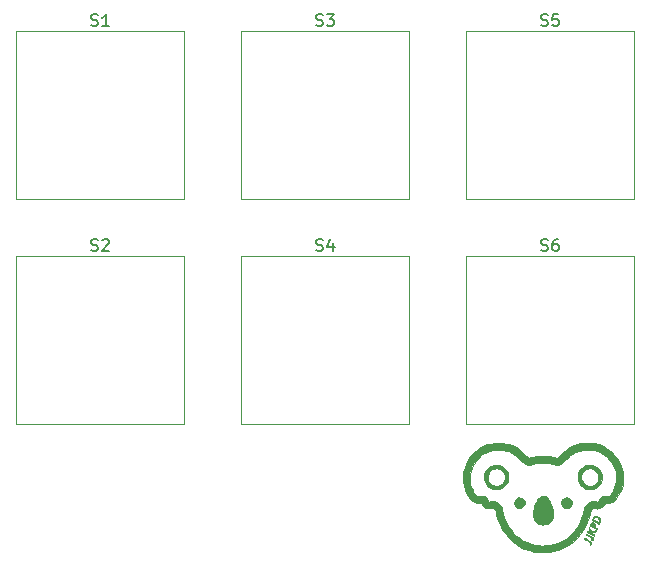
<source format=gbr>
G04 #@! TF.GenerationSoftware,KiCad,Pcbnew,8.0.2*
G04 #@! TF.CreationDate,2024-06-23T16:14:43-05:00*
G04 #@! TF.ProjectId,6KeyMacroPad,364b6579-4d61-4637-926f-5061642e6b69,rev?*
G04 #@! TF.SameCoordinates,Original*
G04 #@! TF.FileFunction,Legend,Top*
G04 #@! TF.FilePolarity,Positive*
%FSLAX46Y46*%
G04 Gerber Fmt 4.6, Leading zero omitted, Abs format (unit mm)*
G04 Created by KiCad (PCBNEW 8.0.2) date 2024-06-23 16:14:43*
%MOMM*%
%LPD*%
G01*
G04 APERTURE LIST*
%ADD10C,0.150000*%
%ADD11C,0.120000*%
%ADD12C,0.010000*%
G04 APERTURE END LIST*
D10*
X188944345Y-91625950D02*
X189087202Y-91673569D01*
X189087202Y-91673569D02*
X189325297Y-91673569D01*
X189325297Y-91673569D02*
X189420535Y-91625950D01*
X189420535Y-91625950D02*
X189468154Y-91578330D01*
X189468154Y-91578330D02*
X189515773Y-91483092D01*
X189515773Y-91483092D02*
X189515773Y-91387854D01*
X189515773Y-91387854D02*
X189468154Y-91292616D01*
X189468154Y-91292616D02*
X189420535Y-91244997D01*
X189420535Y-91244997D02*
X189325297Y-91197378D01*
X189325297Y-91197378D02*
X189134821Y-91149759D01*
X189134821Y-91149759D02*
X189039583Y-91102140D01*
X189039583Y-91102140D02*
X188991964Y-91054521D01*
X188991964Y-91054521D02*
X188944345Y-90959283D01*
X188944345Y-90959283D02*
X188944345Y-90864045D01*
X188944345Y-90864045D02*
X188991964Y-90768807D01*
X188991964Y-90768807D02*
X189039583Y-90721188D01*
X189039583Y-90721188D02*
X189134821Y-90673569D01*
X189134821Y-90673569D02*
X189372916Y-90673569D01*
X189372916Y-90673569D02*
X189515773Y-90721188D01*
X190372916Y-90673569D02*
X190182440Y-90673569D01*
X190182440Y-90673569D02*
X190087202Y-90721188D01*
X190087202Y-90721188D02*
X190039583Y-90768807D01*
X190039583Y-90768807D02*
X189944345Y-90911664D01*
X189944345Y-90911664D02*
X189896726Y-91102140D01*
X189896726Y-91102140D02*
X189896726Y-91483092D01*
X189896726Y-91483092D02*
X189944345Y-91578330D01*
X189944345Y-91578330D02*
X189991964Y-91625950D01*
X189991964Y-91625950D02*
X190087202Y-91673569D01*
X190087202Y-91673569D02*
X190277678Y-91673569D01*
X190277678Y-91673569D02*
X190372916Y-91625950D01*
X190372916Y-91625950D02*
X190420535Y-91578330D01*
X190420535Y-91578330D02*
X190468154Y-91483092D01*
X190468154Y-91483092D02*
X190468154Y-91244997D01*
X190468154Y-91244997D02*
X190420535Y-91149759D01*
X190420535Y-91149759D02*
X190372916Y-91102140D01*
X190372916Y-91102140D02*
X190277678Y-91054521D01*
X190277678Y-91054521D02*
X190087202Y-91054521D01*
X190087202Y-91054521D02*
X189991964Y-91102140D01*
X189991964Y-91102140D02*
X189944345Y-91149759D01*
X189944345Y-91149759D02*
X189896726Y-91244997D01*
X150844345Y-91625950D02*
X150987202Y-91673569D01*
X150987202Y-91673569D02*
X151225297Y-91673569D01*
X151225297Y-91673569D02*
X151320535Y-91625950D01*
X151320535Y-91625950D02*
X151368154Y-91578330D01*
X151368154Y-91578330D02*
X151415773Y-91483092D01*
X151415773Y-91483092D02*
X151415773Y-91387854D01*
X151415773Y-91387854D02*
X151368154Y-91292616D01*
X151368154Y-91292616D02*
X151320535Y-91244997D01*
X151320535Y-91244997D02*
X151225297Y-91197378D01*
X151225297Y-91197378D02*
X151034821Y-91149759D01*
X151034821Y-91149759D02*
X150939583Y-91102140D01*
X150939583Y-91102140D02*
X150891964Y-91054521D01*
X150891964Y-91054521D02*
X150844345Y-90959283D01*
X150844345Y-90959283D02*
X150844345Y-90864045D01*
X150844345Y-90864045D02*
X150891964Y-90768807D01*
X150891964Y-90768807D02*
X150939583Y-90721188D01*
X150939583Y-90721188D02*
X151034821Y-90673569D01*
X151034821Y-90673569D02*
X151272916Y-90673569D01*
X151272916Y-90673569D02*
X151415773Y-90721188D01*
X151796726Y-90768807D02*
X151844345Y-90721188D01*
X151844345Y-90721188D02*
X151939583Y-90673569D01*
X151939583Y-90673569D02*
X152177678Y-90673569D01*
X152177678Y-90673569D02*
X152272916Y-90721188D01*
X152272916Y-90721188D02*
X152320535Y-90768807D01*
X152320535Y-90768807D02*
X152368154Y-90864045D01*
X152368154Y-90864045D02*
X152368154Y-90959283D01*
X152368154Y-90959283D02*
X152320535Y-91102140D01*
X152320535Y-91102140D02*
X151749107Y-91673569D01*
X151749107Y-91673569D02*
X152368154Y-91673569D01*
X188944345Y-72575950D02*
X189087202Y-72623569D01*
X189087202Y-72623569D02*
X189325297Y-72623569D01*
X189325297Y-72623569D02*
X189420535Y-72575950D01*
X189420535Y-72575950D02*
X189468154Y-72528330D01*
X189468154Y-72528330D02*
X189515773Y-72433092D01*
X189515773Y-72433092D02*
X189515773Y-72337854D01*
X189515773Y-72337854D02*
X189468154Y-72242616D01*
X189468154Y-72242616D02*
X189420535Y-72194997D01*
X189420535Y-72194997D02*
X189325297Y-72147378D01*
X189325297Y-72147378D02*
X189134821Y-72099759D01*
X189134821Y-72099759D02*
X189039583Y-72052140D01*
X189039583Y-72052140D02*
X188991964Y-72004521D01*
X188991964Y-72004521D02*
X188944345Y-71909283D01*
X188944345Y-71909283D02*
X188944345Y-71814045D01*
X188944345Y-71814045D02*
X188991964Y-71718807D01*
X188991964Y-71718807D02*
X189039583Y-71671188D01*
X189039583Y-71671188D02*
X189134821Y-71623569D01*
X189134821Y-71623569D02*
X189372916Y-71623569D01*
X189372916Y-71623569D02*
X189515773Y-71671188D01*
X190420535Y-71623569D02*
X189944345Y-71623569D01*
X189944345Y-71623569D02*
X189896726Y-72099759D01*
X189896726Y-72099759D02*
X189944345Y-72052140D01*
X189944345Y-72052140D02*
X190039583Y-72004521D01*
X190039583Y-72004521D02*
X190277678Y-72004521D01*
X190277678Y-72004521D02*
X190372916Y-72052140D01*
X190372916Y-72052140D02*
X190420535Y-72099759D01*
X190420535Y-72099759D02*
X190468154Y-72194997D01*
X190468154Y-72194997D02*
X190468154Y-72433092D01*
X190468154Y-72433092D02*
X190420535Y-72528330D01*
X190420535Y-72528330D02*
X190372916Y-72575950D01*
X190372916Y-72575950D02*
X190277678Y-72623569D01*
X190277678Y-72623569D02*
X190039583Y-72623569D01*
X190039583Y-72623569D02*
X189944345Y-72575950D01*
X189944345Y-72575950D02*
X189896726Y-72528330D01*
X169894345Y-72575950D02*
X170037202Y-72623569D01*
X170037202Y-72623569D02*
X170275297Y-72623569D01*
X170275297Y-72623569D02*
X170370535Y-72575950D01*
X170370535Y-72575950D02*
X170418154Y-72528330D01*
X170418154Y-72528330D02*
X170465773Y-72433092D01*
X170465773Y-72433092D02*
X170465773Y-72337854D01*
X170465773Y-72337854D02*
X170418154Y-72242616D01*
X170418154Y-72242616D02*
X170370535Y-72194997D01*
X170370535Y-72194997D02*
X170275297Y-72147378D01*
X170275297Y-72147378D02*
X170084821Y-72099759D01*
X170084821Y-72099759D02*
X169989583Y-72052140D01*
X169989583Y-72052140D02*
X169941964Y-72004521D01*
X169941964Y-72004521D02*
X169894345Y-71909283D01*
X169894345Y-71909283D02*
X169894345Y-71814045D01*
X169894345Y-71814045D02*
X169941964Y-71718807D01*
X169941964Y-71718807D02*
X169989583Y-71671188D01*
X169989583Y-71671188D02*
X170084821Y-71623569D01*
X170084821Y-71623569D02*
X170322916Y-71623569D01*
X170322916Y-71623569D02*
X170465773Y-71671188D01*
X170799107Y-71623569D02*
X171418154Y-71623569D01*
X171418154Y-71623569D02*
X171084821Y-72004521D01*
X171084821Y-72004521D02*
X171227678Y-72004521D01*
X171227678Y-72004521D02*
X171322916Y-72052140D01*
X171322916Y-72052140D02*
X171370535Y-72099759D01*
X171370535Y-72099759D02*
X171418154Y-72194997D01*
X171418154Y-72194997D02*
X171418154Y-72433092D01*
X171418154Y-72433092D02*
X171370535Y-72528330D01*
X171370535Y-72528330D02*
X171322916Y-72575950D01*
X171322916Y-72575950D02*
X171227678Y-72623569D01*
X171227678Y-72623569D02*
X170941964Y-72623569D01*
X170941964Y-72623569D02*
X170846726Y-72575950D01*
X170846726Y-72575950D02*
X170799107Y-72528330D01*
X169894345Y-91625950D02*
X170037202Y-91673569D01*
X170037202Y-91673569D02*
X170275297Y-91673569D01*
X170275297Y-91673569D02*
X170370535Y-91625950D01*
X170370535Y-91625950D02*
X170418154Y-91578330D01*
X170418154Y-91578330D02*
X170465773Y-91483092D01*
X170465773Y-91483092D02*
X170465773Y-91387854D01*
X170465773Y-91387854D02*
X170418154Y-91292616D01*
X170418154Y-91292616D02*
X170370535Y-91244997D01*
X170370535Y-91244997D02*
X170275297Y-91197378D01*
X170275297Y-91197378D02*
X170084821Y-91149759D01*
X170084821Y-91149759D02*
X169989583Y-91102140D01*
X169989583Y-91102140D02*
X169941964Y-91054521D01*
X169941964Y-91054521D02*
X169894345Y-90959283D01*
X169894345Y-90959283D02*
X169894345Y-90864045D01*
X169894345Y-90864045D02*
X169941964Y-90768807D01*
X169941964Y-90768807D02*
X169989583Y-90721188D01*
X169989583Y-90721188D02*
X170084821Y-90673569D01*
X170084821Y-90673569D02*
X170322916Y-90673569D01*
X170322916Y-90673569D02*
X170465773Y-90721188D01*
X171322916Y-91006902D02*
X171322916Y-91673569D01*
X171084821Y-90625950D02*
X170846726Y-91340235D01*
X170846726Y-91340235D02*
X171465773Y-91340235D01*
X150844345Y-72575950D02*
X150987202Y-72623569D01*
X150987202Y-72623569D02*
X151225297Y-72623569D01*
X151225297Y-72623569D02*
X151320535Y-72575950D01*
X151320535Y-72575950D02*
X151368154Y-72528330D01*
X151368154Y-72528330D02*
X151415773Y-72433092D01*
X151415773Y-72433092D02*
X151415773Y-72337854D01*
X151415773Y-72337854D02*
X151368154Y-72242616D01*
X151368154Y-72242616D02*
X151320535Y-72194997D01*
X151320535Y-72194997D02*
X151225297Y-72147378D01*
X151225297Y-72147378D02*
X151034821Y-72099759D01*
X151034821Y-72099759D02*
X150939583Y-72052140D01*
X150939583Y-72052140D02*
X150891964Y-72004521D01*
X150891964Y-72004521D02*
X150844345Y-71909283D01*
X150844345Y-71909283D02*
X150844345Y-71814045D01*
X150844345Y-71814045D02*
X150891964Y-71718807D01*
X150891964Y-71718807D02*
X150939583Y-71671188D01*
X150939583Y-71671188D02*
X151034821Y-71623569D01*
X151034821Y-71623569D02*
X151272916Y-71623569D01*
X151272916Y-71623569D02*
X151415773Y-71671188D01*
X152368154Y-72623569D02*
X151796726Y-72623569D01*
X152082440Y-72623569D02*
X152082440Y-71623569D01*
X152082440Y-71623569D02*
X151987202Y-71766426D01*
X151987202Y-71766426D02*
X151891964Y-71861664D01*
X151891964Y-71861664D02*
X151796726Y-71909283D01*
D11*
X196806250Y-106318750D02*
X196806250Y-92118750D01*
X196806250Y-92118750D02*
X182606250Y-92118750D01*
X182606250Y-106318750D02*
X196806250Y-106318750D01*
X182606250Y-92118750D02*
X182606250Y-106318750D01*
X158706250Y-106318750D02*
X158706250Y-92118750D01*
X158706250Y-92118750D02*
X144506250Y-92118750D01*
X144506250Y-106318750D02*
X158706250Y-106318750D01*
X144506250Y-92118750D02*
X144506250Y-106318750D01*
X196806250Y-87268750D02*
X196806250Y-73068750D01*
X196806250Y-73068750D02*
X182606250Y-73068750D01*
X182606250Y-87268750D02*
X196806250Y-87268750D01*
X182606250Y-73068750D02*
X182606250Y-87268750D01*
X177756250Y-87268750D02*
X177756250Y-73068750D01*
X177756250Y-73068750D02*
X163556250Y-73068750D01*
X163556250Y-87268750D02*
X177756250Y-87268750D01*
X163556250Y-73068750D02*
X163556250Y-87268750D01*
X177756250Y-106318750D02*
X177756250Y-92118750D01*
X177756250Y-92118750D02*
X163556250Y-92118750D01*
X163556250Y-106318750D02*
X177756250Y-106318750D01*
X163556250Y-92118750D02*
X163556250Y-106318750D01*
X158706250Y-87268750D02*
X158706250Y-73068750D01*
X158706250Y-73068750D02*
X144506250Y-73068750D01*
X144506250Y-87268750D02*
X158706250Y-87268750D01*
X144506250Y-73068750D02*
X144506250Y-87268750D01*
D12*
X187185036Y-112550918D02*
X187301984Y-112585546D01*
X187406935Y-112651864D01*
X187492529Y-112749375D01*
X187516893Y-112791449D01*
X187548012Y-112888283D01*
X187557649Y-113003246D01*
X187545867Y-113118024D01*
X187515448Y-113209129D01*
X187444626Y-113307704D01*
X187347632Y-113387907D01*
X187238542Y-113438380D01*
X187227739Y-113441297D01*
X187148071Y-113457976D01*
X187083907Y-113459891D01*
X187011604Y-113446851D01*
X186982245Y-113439319D01*
X186888028Y-113396185D01*
X186798576Y-113324150D01*
X186727496Y-113235714D01*
X186698985Y-113179089D01*
X186670553Y-113053980D01*
X186674393Y-112923850D01*
X186709060Y-112802629D01*
X186744549Y-112739265D01*
X186835850Y-112642155D01*
X186944607Y-112578726D01*
X187063457Y-112548479D01*
X187185036Y-112550918D01*
G36*
X187185036Y-112550918D02*
G01*
X187301984Y-112585546D01*
X187406935Y-112651864D01*
X187492529Y-112749375D01*
X187516893Y-112791449D01*
X187548012Y-112888283D01*
X187557649Y-113003246D01*
X187545867Y-113118024D01*
X187515448Y-113209129D01*
X187444626Y-113307704D01*
X187347632Y-113387907D01*
X187238542Y-113438380D01*
X187227739Y-113441297D01*
X187148071Y-113457976D01*
X187083907Y-113459891D01*
X187011604Y-113446851D01*
X186982245Y-113439319D01*
X186888028Y-113396185D01*
X186798576Y-113324150D01*
X186727496Y-113235714D01*
X186698985Y-113179089D01*
X186670553Y-113053980D01*
X186674393Y-112923850D01*
X186709060Y-112802629D01*
X186744549Y-112739265D01*
X186835850Y-112642155D01*
X186944607Y-112578726D01*
X187063457Y-112548479D01*
X187185036Y-112550918D01*
G37*
X191225656Y-112562314D02*
X191332617Y-112612056D01*
X191423622Y-112687329D01*
X191494123Y-112782553D01*
X191539571Y-112892150D01*
X191555419Y-113010538D01*
X191537119Y-113132139D01*
X191507070Y-113205847D01*
X191449773Y-113287675D01*
X191370919Y-113364802D01*
X191297677Y-113414514D01*
X191206848Y-113444665D01*
X191100076Y-113455870D01*
X190998763Y-113446736D01*
X190962568Y-113436342D01*
X190840966Y-113370469D01*
X190744734Y-113276544D01*
X190678993Y-113161686D01*
X190648867Y-113033012D01*
X190647500Y-112998667D01*
X190661788Y-112900967D01*
X190699703Y-112798074D01*
X190753828Y-112705551D01*
X190816742Y-112638959D01*
X190820188Y-112636445D01*
X190880769Y-112602101D01*
X190956519Y-112570191D01*
X190982058Y-112561742D01*
X191107287Y-112543683D01*
X191225656Y-112562314D01*
G36*
X191225656Y-112562314D02*
G01*
X191332617Y-112612056D01*
X191423622Y-112687329D01*
X191494123Y-112782553D01*
X191539571Y-112892150D01*
X191555419Y-113010538D01*
X191537119Y-113132139D01*
X191507070Y-113205847D01*
X191449773Y-113287675D01*
X191370919Y-113364802D01*
X191297677Y-113414514D01*
X191206848Y-113444665D01*
X191100076Y-113455870D01*
X190998763Y-113446736D01*
X190962568Y-113436342D01*
X190840966Y-113370469D01*
X190744734Y-113276544D01*
X190678993Y-113161686D01*
X190648867Y-113033012D01*
X190647500Y-112998667D01*
X190661788Y-112900967D01*
X190699703Y-112798074D01*
X190753828Y-112705551D01*
X190816742Y-112638959D01*
X190820188Y-112636445D01*
X190880769Y-112602101D01*
X190956519Y-112570191D01*
X190982058Y-112561742D01*
X191107287Y-112543683D01*
X191225656Y-112562314D01*
G37*
X192808479Y-115624289D02*
X192860838Y-115646590D01*
X192939544Y-115687215D01*
X193031601Y-115738083D01*
X193127537Y-115793631D01*
X193212409Y-115845829D01*
X193278030Y-115889424D01*
X193316213Y-115919166D01*
X193319792Y-115922937D01*
X193353204Y-115991199D01*
X193345738Y-116064693D01*
X193323883Y-116105457D01*
X193280344Y-116146178D01*
X193236876Y-116144834D01*
X193208337Y-116120353D01*
X193193287Y-116088792D01*
X193211305Y-116055538D01*
X193215258Y-116051078D01*
X193235816Y-116013972D01*
X193234054Y-115991343D01*
X193210783Y-115972995D01*
X193157843Y-115939110D01*
X193082790Y-115894314D01*
X192993180Y-115843231D01*
X192981125Y-115836520D01*
X192878212Y-115778227D01*
X192808350Y-115734727D01*
X192766891Y-115701553D01*
X192749185Y-115674238D01*
X192750585Y-115648317D01*
X192762051Y-115626033D01*
X192777279Y-115618155D01*
X192808479Y-115624289D01*
G36*
X192808479Y-115624289D02*
G01*
X192860838Y-115646590D01*
X192939544Y-115687215D01*
X193031601Y-115738083D01*
X193127537Y-115793631D01*
X193212409Y-115845829D01*
X193278030Y-115889424D01*
X193316213Y-115919166D01*
X193319792Y-115922937D01*
X193353204Y-115991199D01*
X193345738Y-116064693D01*
X193323883Y-116105457D01*
X193280344Y-116146178D01*
X193236876Y-116144834D01*
X193208337Y-116120353D01*
X193193287Y-116088792D01*
X193211305Y-116055538D01*
X193215258Y-116051078D01*
X193235816Y-116013972D01*
X193234054Y-115991343D01*
X193210783Y-115972995D01*
X193157843Y-115939110D01*
X193082790Y-115894314D01*
X192993180Y-115843231D01*
X192981125Y-115836520D01*
X192878212Y-115778227D01*
X192808350Y-115734727D01*
X192766891Y-115701553D01*
X192749185Y-115674238D01*
X192750585Y-115648317D01*
X192762051Y-115626033D01*
X192777279Y-115618155D01*
X192808479Y-115624289D01*
G37*
X192662817Y-115992965D02*
X192716955Y-116019823D01*
X192793213Y-116059934D01*
X192884234Y-116109494D01*
X192909844Y-116123700D01*
X193035853Y-116197185D01*
X193125477Y-116258614D01*
X193181536Y-116311903D01*
X193206849Y-116360967D01*
X193204237Y-116409722D01*
X193176520Y-116462083D01*
X193164797Y-116477729D01*
X193122991Y-116522063D01*
X193092372Y-116529546D01*
X193065948Y-116501557D01*
X193063727Y-116497685D01*
X193057794Y-116450275D01*
X193074858Y-116414294D01*
X193091386Y-116383394D01*
X193086084Y-116360556D01*
X193052982Y-116334032D01*
X193025058Y-116316287D01*
X192968394Y-116282554D01*
X192888900Y-116237182D01*
X192801112Y-116188432D01*
X192774750Y-116174068D01*
X192699450Y-116133074D01*
X192639651Y-116100188D01*
X192604099Y-116080235D01*
X192598193Y-116076650D01*
X192596579Y-116053356D01*
X192609931Y-116016640D01*
X192629112Y-115987882D01*
X192638157Y-115983167D01*
X192662817Y-115992965D01*
G36*
X192662817Y-115992965D02*
G01*
X192716955Y-116019823D01*
X192793213Y-116059934D01*
X192884234Y-116109494D01*
X192909844Y-116123700D01*
X193035853Y-116197185D01*
X193125477Y-116258614D01*
X193181536Y-116311903D01*
X193206849Y-116360967D01*
X193204237Y-116409722D01*
X193176520Y-116462083D01*
X193164797Y-116477729D01*
X193122991Y-116522063D01*
X193092372Y-116529546D01*
X193065948Y-116501557D01*
X193063727Y-116497685D01*
X193057794Y-116450275D01*
X193074858Y-116414294D01*
X193091386Y-116383394D01*
X193086084Y-116360556D01*
X193052982Y-116334032D01*
X193025058Y-116316287D01*
X192968394Y-116282554D01*
X192888900Y-116237182D01*
X192801112Y-116188432D01*
X192774750Y-116174068D01*
X192699450Y-116133074D01*
X192639651Y-116100188D01*
X192604099Y-116080235D01*
X192598193Y-116076650D01*
X192596579Y-116053356D01*
X192609931Y-116016640D01*
X192629112Y-115987882D01*
X192638157Y-115983167D01*
X192662817Y-115992965D01*
G37*
X189158445Y-112412955D02*
X189172860Y-112414944D01*
X189296745Y-112454285D01*
X189416164Y-112532273D01*
X189529129Y-112645292D01*
X189633653Y-112789729D01*
X189727750Y-112961969D01*
X189809432Y-113158397D01*
X189876715Y-113375400D01*
X189927609Y-113609363D01*
X189959092Y-113845334D01*
X189960828Y-114048511D01*
X189928375Y-114237465D01*
X189863813Y-114408045D01*
X189769225Y-114556097D01*
X189646691Y-114677469D01*
X189498292Y-114768008D01*
X189496253Y-114768940D01*
X189427959Y-114797263D01*
X189363887Y-114815658D01*
X189290377Y-114826677D01*
X189193774Y-114832869D01*
X189144667Y-114834595D01*
X189033670Y-114836355D01*
X188950618Y-114832660D01*
X188881298Y-114821868D01*
X188811492Y-114802338D01*
X188783716Y-114792926D01*
X188617415Y-114715176D01*
X188482538Y-114609100D01*
X188379204Y-114474867D01*
X188307532Y-114312647D01*
X188267640Y-114122611D01*
X188260852Y-114043387D01*
X188265557Y-113778682D01*
X188307030Y-113503948D01*
X188383590Y-113226874D01*
X188493556Y-112955149D01*
X188503066Y-112935276D01*
X188565644Y-112815903D01*
X188628550Y-112720647D01*
X188703412Y-112632825D01*
X188740202Y-112595154D01*
X188848727Y-112499455D01*
X188949172Y-112439454D01*
X189049692Y-112411754D01*
X189158445Y-112412955D01*
G36*
X189158445Y-112412955D02*
G01*
X189172860Y-112414944D01*
X189296745Y-112454285D01*
X189416164Y-112532273D01*
X189529129Y-112645292D01*
X189633653Y-112789729D01*
X189727750Y-112961969D01*
X189809432Y-113158397D01*
X189876715Y-113375400D01*
X189927609Y-113609363D01*
X189959092Y-113845334D01*
X189960828Y-114048511D01*
X189928375Y-114237465D01*
X189863813Y-114408045D01*
X189769225Y-114556097D01*
X189646691Y-114677469D01*
X189498292Y-114768008D01*
X189496253Y-114768940D01*
X189427959Y-114797263D01*
X189363887Y-114815658D01*
X189290377Y-114826677D01*
X189193774Y-114832869D01*
X189144667Y-114834595D01*
X189033670Y-114836355D01*
X188950618Y-114832660D01*
X188881298Y-114821868D01*
X188811492Y-114802338D01*
X188783716Y-114792926D01*
X188617415Y-114715176D01*
X188482538Y-114609100D01*
X188379204Y-114474867D01*
X188307532Y-114312647D01*
X188267640Y-114122611D01*
X188260852Y-114043387D01*
X188265557Y-113778682D01*
X188307030Y-113503948D01*
X188383590Y-113226874D01*
X188493556Y-112955149D01*
X188503066Y-112935276D01*
X188565644Y-112815903D01*
X188628550Y-112720647D01*
X188703412Y-112632825D01*
X188740202Y-112595154D01*
X188848727Y-112499455D01*
X188949172Y-112439454D01*
X189049692Y-112411754D01*
X189158445Y-112412955D01*
G37*
X193369922Y-114664884D02*
X193439486Y-114709261D01*
X193464688Y-114740774D01*
X193491247Y-114799393D01*
X193496482Y-114864695D01*
X193480795Y-114949887D01*
X193471995Y-114981551D01*
X193469869Y-115013000D01*
X193490541Y-115039258D01*
X193541983Y-115069716D01*
X193550546Y-115074071D01*
X193625172Y-115113318D01*
X193667290Y-115141668D01*
X193683029Y-115165526D01*
X193678517Y-115191298D01*
X193673144Y-115202223D01*
X193649783Y-115234111D01*
X193636547Y-115241580D01*
X193613706Y-115231436D01*
X193560923Y-115204008D01*
X193485038Y-115162967D01*
X193392892Y-115111982D01*
X193346250Y-115085819D01*
X193249317Y-115029518D01*
X193166624Y-114978269D01*
X193104816Y-114936441D01*
X193070539Y-114908406D01*
X193065849Y-114901364D01*
X193073868Y-114857683D01*
X193088445Y-114828013D01*
X193194922Y-114828013D01*
X193195644Y-114861508D01*
X193232822Y-114896951D01*
X193267082Y-114918605D01*
X193325738Y-114951773D01*
X193358057Y-114962685D01*
X193373762Y-114951257D01*
X193382537Y-114917617D01*
X193381885Y-114847851D01*
X193356368Y-114794909D01*
X193314167Y-114765634D01*
X193263465Y-114766871D01*
X193228317Y-114788623D01*
X193194922Y-114828013D01*
X193088445Y-114828013D01*
X193103033Y-114798323D01*
X193144407Y-114737385D01*
X193189049Y-114688973D01*
X193210210Y-114673639D01*
X193288732Y-114651754D01*
X193369922Y-114664884D01*
G36*
X193369922Y-114664884D02*
G01*
X193439486Y-114709261D01*
X193464688Y-114740774D01*
X193491247Y-114799393D01*
X193496482Y-114864695D01*
X193480795Y-114949887D01*
X193471995Y-114981551D01*
X193469869Y-115013000D01*
X193490541Y-115039258D01*
X193541983Y-115069716D01*
X193550546Y-115074071D01*
X193625172Y-115113318D01*
X193667290Y-115141668D01*
X193683029Y-115165526D01*
X193678517Y-115191298D01*
X193673144Y-115202223D01*
X193649783Y-115234111D01*
X193636547Y-115241580D01*
X193613706Y-115231436D01*
X193560923Y-115204008D01*
X193485038Y-115162967D01*
X193392892Y-115111982D01*
X193346250Y-115085819D01*
X193249317Y-115029518D01*
X193166624Y-114978269D01*
X193104816Y-114936441D01*
X193070539Y-114908406D01*
X193065849Y-114901364D01*
X193073868Y-114857683D01*
X193088445Y-114828013D01*
X193194922Y-114828013D01*
X193195644Y-114861508D01*
X193232822Y-114896951D01*
X193267082Y-114918605D01*
X193325738Y-114951773D01*
X193358057Y-114962685D01*
X193373762Y-114951257D01*
X193382537Y-114917617D01*
X193381885Y-114847851D01*
X193356368Y-114794909D01*
X193314167Y-114765634D01*
X193263465Y-114766871D01*
X193228317Y-114788623D01*
X193194922Y-114828013D01*
X193088445Y-114828013D01*
X193103033Y-114798323D01*
X193144407Y-114737385D01*
X193189049Y-114688973D01*
X193210210Y-114673639D01*
X193288732Y-114651754D01*
X193369922Y-114664884D01*
G37*
X193713296Y-114107184D02*
X193803343Y-114157818D01*
X193877668Y-114231279D01*
X193928833Y-114323286D01*
X193949399Y-114429563D01*
X193949500Y-114437734D01*
X193942561Y-114491238D01*
X193924593Y-114561183D01*
X193899873Y-114635729D01*
X193872679Y-114703036D01*
X193847287Y-114751264D01*
X193830033Y-114768480D01*
X193806155Y-114759941D01*
X193752506Y-114733831D01*
X193675993Y-114693718D01*
X193583523Y-114643169D01*
X193536750Y-114616955D01*
X193439905Y-114560667D01*
X193357314Y-114509642D01*
X193295598Y-114468210D01*
X193261381Y-114440699D01*
X193256696Y-114433895D01*
X193263620Y-114393656D01*
X193376421Y-114393656D01*
X193424836Y-114423727D01*
X193499166Y-114468068D01*
X193580023Y-114513435D01*
X193657734Y-114554749D01*
X193722620Y-114586933D01*
X193765007Y-114604908D01*
X193774059Y-114607007D01*
X193794852Y-114588752D01*
X193816336Y-114542576D01*
X193822871Y-114521289D01*
X193832445Y-114415242D01*
X193803463Y-114322402D01*
X193738953Y-114248039D01*
X193641943Y-114197427D01*
X193635731Y-114195439D01*
X193563250Y-114193640D01*
X193492366Y-114228746D01*
X193431918Y-114295952D01*
X193422743Y-114311238D01*
X193376421Y-114393656D01*
X193263620Y-114393656D01*
X193263780Y-114392728D01*
X193289709Y-114330730D01*
X193327434Y-114260557D01*
X193369903Y-114194865D01*
X193410065Y-114146312D01*
X193423207Y-114135022D01*
X193515789Y-114091507D01*
X193614965Y-114083654D01*
X193713296Y-114107184D01*
G36*
X193713296Y-114107184D02*
G01*
X193803343Y-114157818D01*
X193877668Y-114231279D01*
X193928833Y-114323286D01*
X193949399Y-114429563D01*
X193949500Y-114437734D01*
X193942561Y-114491238D01*
X193924593Y-114561183D01*
X193899873Y-114635729D01*
X193872679Y-114703036D01*
X193847287Y-114751264D01*
X193830033Y-114768480D01*
X193806155Y-114759941D01*
X193752506Y-114733831D01*
X193675993Y-114693718D01*
X193583523Y-114643169D01*
X193536750Y-114616955D01*
X193439905Y-114560667D01*
X193357314Y-114509642D01*
X193295598Y-114468210D01*
X193261381Y-114440699D01*
X193256696Y-114433895D01*
X193263620Y-114393656D01*
X193376421Y-114393656D01*
X193424836Y-114423727D01*
X193499166Y-114468068D01*
X193580023Y-114513435D01*
X193657734Y-114554749D01*
X193722620Y-114586933D01*
X193765007Y-114604908D01*
X193774059Y-114607007D01*
X193794852Y-114588752D01*
X193816336Y-114542576D01*
X193822871Y-114521289D01*
X193832445Y-114415242D01*
X193803463Y-114322402D01*
X193738953Y-114248039D01*
X193641943Y-114197427D01*
X193635731Y-114195439D01*
X193563250Y-114193640D01*
X193492366Y-114228746D01*
X193431918Y-114295952D01*
X193422743Y-114311238D01*
X193376421Y-114393656D01*
X193263620Y-114393656D01*
X193263780Y-114392728D01*
X193289709Y-114330730D01*
X193327434Y-114260557D01*
X193369903Y-114194865D01*
X193410065Y-114146312D01*
X193423207Y-114135022D01*
X193515789Y-114091507D01*
X193614965Y-114083654D01*
X193713296Y-114107184D01*
G37*
X193010928Y-115076598D02*
X193037513Y-115121537D01*
X193071436Y-115190030D01*
X193094908Y-115242391D01*
X193132017Y-115323313D01*
X193165359Y-115387122D01*
X193190282Y-115425359D01*
X193199405Y-115432512D01*
X193228260Y-115426222D01*
X193286921Y-115409089D01*
X193365205Y-115384171D01*
X193409750Y-115369334D01*
X193493144Y-115341667D01*
X193561086Y-115320101D01*
X193603852Y-115307675D01*
X193612965Y-115305834D01*
X193617227Y-115322788D01*
X193606432Y-115363804D01*
X193605620Y-115365980D01*
X193589493Y-115396476D01*
X193561842Y-115421267D01*
X193514157Y-115445243D01*
X193437926Y-115473295D01*
X193392646Y-115488354D01*
X193202375Y-115550582D01*
X193332521Y-115619949D01*
X193397171Y-115656827D01*
X193443758Y-115688016D01*
X193462624Y-115707020D01*
X193462667Y-115707510D01*
X193454764Y-115746044D01*
X193437527Y-115780760D01*
X193423361Y-115791791D01*
X193401072Y-115781703D01*
X193348577Y-115754462D01*
X193272579Y-115713648D01*
X193179781Y-115662839D01*
X193125460Y-115632737D01*
X193026760Y-115577589D01*
X192941818Y-115529687D01*
X192877215Y-115492777D01*
X192839533Y-115470608D01*
X192832704Y-115466093D01*
X192834890Y-115443422D01*
X192848437Y-115412407D01*
X192872638Y-115367188D01*
X192969235Y-115421178D01*
X193024836Y-115451567D01*
X193063023Y-115471150D01*
X193072864Y-115475167D01*
X193068337Y-115457518D01*
X193049915Y-115410899D01*
X193021387Y-115344807D01*
X193016443Y-115333742D01*
X192978391Y-115230002D01*
X192964605Y-115145547D01*
X192975503Y-115085891D01*
X192995994Y-115063038D01*
X193010928Y-115076598D01*
G36*
X193010928Y-115076598D02*
G01*
X193037513Y-115121537D01*
X193071436Y-115190030D01*
X193094908Y-115242391D01*
X193132017Y-115323313D01*
X193165359Y-115387122D01*
X193190282Y-115425359D01*
X193199405Y-115432512D01*
X193228260Y-115426222D01*
X193286921Y-115409089D01*
X193365205Y-115384171D01*
X193409750Y-115369334D01*
X193493144Y-115341667D01*
X193561086Y-115320101D01*
X193603852Y-115307675D01*
X193612965Y-115305834D01*
X193617227Y-115322788D01*
X193606432Y-115363804D01*
X193605620Y-115365980D01*
X193589493Y-115396476D01*
X193561842Y-115421267D01*
X193514157Y-115445243D01*
X193437926Y-115473295D01*
X193392646Y-115488354D01*
X193202375Y-115550582D01*
X193332521Y-115619949D01*
X193397171Y-115656827D01*
X193443758Y-115688016D01*
X193462624Y-115707020D01*
X193462667Y-115707510D01*
X193454764Y-115746044D01*
X193437527Y-115780760D01*
X193423361Y-115791791D01*
X193401072Y-115781703D01*
X193348577Y-115754462D01*
X193272579Y-115713648D01*
X193179781Y-115662839D01*
X193125460Y-115632737D01*
X193026760Y-115577589D01*
X192941818Y-115529687D01*
X192877215Y-115492777D01*
X192839533Y-115470608D01*
X192832704Y-115466093D01*
X192834890Y-115443422D01*
X192848437Y-115412407D01*
X192872638Y-115367188D01*
X192969235Y-115421178D01*
X193024836Y-115451567D01*
X193063023Y-115471150D01*
X193072864Y-115475167D01*
X193068337Y-115457518D01*
X193049915Y-115410899D01*
X193021387Y-115344807D01*
X193016443Y-115333742D01*
X192978391Y-115230002D01*
X192964605Y-115145547D01*
X192975503Y-115085891D01*
X192995994Y-115063038D01*
X193010928Y-115076598D01*
G37*
X185347505Y-109797970D02*
X185533173Y-109851423D01*
X185699328Y-109935720D01*
X185844128Y-110046649D01*
X185965729Y-110180001D01*
X186062290Y-110331567D01*
X186131968Y-110497135D01*
X186172920Y-110672496D01*
X186183303Y-110853440D01*
X186161275Y-111035756D01*
X186104993Y-111215235D01*
X186012615Y-111387666D01*
X185907047Y-111522591D01*
X185754434Y-111663595D01*
X185589367Y-111764752D01*
X185408374Y-111827584D01*
X185207986Y-111853613D01*
X185150126Y-111854529D01*
X185006542Y-111846618D01*
X184883918Y-111825979D01*
X184847834Y-111815823D01*
X184732986Y-111774209D01*
X184638364Y-111727206D01*
X184544331Y-111664266D01*
X184494521Y-111625994D01*
X184358640Y-111492640D01*
X184252949Y-111334909D01*
X184178337Y-111158977D01*
X184135693Y-110971020D01*
X184126629Y-110791530D01*
X184418137Y-110791530D01*
X184429152Y-110956226D01*
X184476122Y-111112326D01*
X184557175Y-111254524D01*
X184670438Y-111377518D01*
X184814041Y-111476001D01*
X184882386Y-111508542D01*
X185026574Y-111548528D01*
X185184148Y-111556923D01*
X185340865Y-111534207D01*
X185466953Y-111488769D01*
X185597965Y-111403073D01*
X185713855Y-111284969D01*
X185805633Y-111143932D01*
X185818105Y-111118541D01*
X185846744Y-111050780D01*
X185863772Y-110988133D01*
X185871965Y-110915199D01*
X185874098Y-110816574D01*
X185874091Y-110807917D01*
X185872265Y-110709745D01*
X185865170Y-110638683D01*
X185849789Y-110579567D01*
X185823100Y-110517232D01*
X185811549Y-110493871D01*
X185728453Y-110366710D01*
X185617988Y-110252429D01*
X185492029Y-110161923D01*
X185403388Y-110119443D01*
X185325462Y-110094292D01*
X185251171Y-110082091D01*
X185161979Y-110080491D01*
X185112417Y-110082585D01*
X184934461Y-110110302D01*
X184780051Y-110173163D01*
X184649372Y-110271054D01*
X184542611Y-110403857D01*
X184511461Y-110457566D01*
X184444950Y-110623542D01*
X184418137Y-110791530D01*
X184126629Y-110791530D01*
X184125906Y-110777215D01*
X184149865Y-110583737D01*
X184208458Y-110396763D01*
X184294313Y-110234890D01*
X184367959Y-110131428D01*
X184441759Y-110051246D01*
X184529628Y-109981100D01*
X184625584Y-109919587D01*
X184765624Y-109847018D01*
X184902960Y-109802720D01*
X185054007Y-109782261D01*
X185144167Y-109779570D01*
X185347505Y-109797970D01*
G36*
X185347505Y-109797970D02*
G01*
X185533173Y-109851423D01*
X185699328Y-109935720D01*
X185844128Y-110046649D01*
X185965729Y-110180001D01*
X186062290Y-110331567D01*
X186131968Y-110497135D01*
X186172920Y-110672496D01*
X186183303Y-110853440D01*
X186161275Y-111035756D01*
X186104993Y-111215235D01*
X186012615Y-111387666D01*
X185907047Y-111522591D01*
X185754434Y-111663595D01*
X185589367Y-111764752D01*
X185408374Y-111827584D01*
X185207986Y-111853613D01*
X185150126Y-111854529D01*
X185006542Y-111846618D01*
X184883918Y-111825979D01*
X184847834Y-111815823D01*
X184732986Y-111774209D01*
X184638364Y-111727206D01*
X184544331Y-111664266D01*
X184494521Y-111625994D01*
X184358640Y-111492640D01*
X184252949Y-111334909D01*
X184178337Y-111158977D01*
X184135693Y-110971020D01*
X184126629Y-110791530D01*
X184418137Y-110791530D01*
X184429152Y-110956226D01*
X184476122Y-111112326D01*
X184557175Y-111254524D01*
X184670438Y-111377518D01*
X184814041Y-111476001D01*
X184882386Y-111508542D01*
X185026574Y-111548528D01*
X185184148Y-111556923D01*
X185340865Y-111534207D01*
X185466953Y-111488769D01*
X185597965Y-111403073D01*
X185713855Y-111284969D01*
X185805633Y-111143932D01*
X185818105Y-111118541D01*
X185846744Y-111050780D01*
X185863772Y-110988133D01*
X185871965Y-110915199D01*
X185874098Y-110816574D01*
X185874091Y-110807917D01*
X185872265Y-110709745D01*
X185865170Y-110638683D01*
X185849789Y-110579567D01*
X185823100Y-110517232D01*
X185811549Y-110493871D01*
X185728453Y-110366710D01*
X185617988Y-110252429D01*
X185492029Y-110161923D01*
X185403388Y-110119443D01*
X185325462Y-110094292D01*
X185251171Y-110082091D01*
X185161979Y-110080491D01*
X185112417Y-110082585D01*
X184934461Y-110110302D01*
X184780051Y-110173163D01*
X184649372Y-110271054D01*
X184542611Y-110403857D01*
X184511461Y-110457566D01*
X184444950Y-110623542D01*
X184418137Y-110791530D01*
X184126629Y-110791530D01*
X184125906Y-110777215D01*
X184149865Y-110583737D01*
X184208458Y-110396763D01*
X184294313Y-110234890D01*
X184367959Y-110131428D01*
X184441759Y-110051246D01*
X184529628Y-109981100D01*
X184625584Y-109919587D01*
X184765624Y-109847018D01*
X184902960Y-109802720D01*
X185054007Y-109782261D01*
X185144167Y-109779570D01*
X185347505Y-109797970D01*
G37*
X193273985Y-109797326D02*
X193461717Y-109852467D01*
X193632647Y-109945860D01*
X193789527Y-110078722D01*
X193823380Y-110114410D01*
X193947036Y-110278707D01*
X194033361Y-110456206D01*
X194083292Y-110642004D01*
X194097768Y-110831200D01*
X194077724Y-111018892D01*
X194024098Y-111200180D01*
X193937828Y-111370160D01*
X193819849Y-111523932D01*
X193671101Y-111656595D01*
X193509744Y-111754862D01*
X193428609Y-111794064D01*
X193365214Y-111819721D01*
X193305556Y-111835131D01*
X193235635Y-111843592D01*
X193141449Y-111848401D01*
X193107578Y-111849585D01*
X192997299Y-111851882D01*
X192915337Y-111849053D01*
X192847821Y-111839511D01*
X192780883Y-111821670D01*
X192738168Y-111807354D01*
X192545285Y-111719889D01*
X192382014Y-111602368D01*
X192246901Y-111453495D01*
X192138710Y-111272421D01*
X192068578Y-111081644D01*
X192037371Y-110887101D01*
X192039538Y-110811180D01*
X192328916Y-110811180D01*
X192344559Y-110962693D01*
X192391005Y-111109159D01*
X192467887Y-111245316D01*
X192574839Y-111365904D01*
X192711498Y-111465660D01*
X192819717Y-111518312D01*
X192945749Y-111550279D01*
X193089230Y-111556396D01*
X193234798Y-111537557D01*
X193367087Y-111494659D01*
X193386708Y-111485262D01*
X193527006Y-111391365D01*
X193646039Y-111264933D01*
X193734438Y-111118541D01*
X193764212Y-111047324D01*
X193781431Y-110980819D01*
X193789217Y-110902372D01*
X193790750Y-110818055D01*
X193788892Y-110722381D01*
X193780844Y-110651798D01*
X193762896Y-110589136D01*
X193731341Y-110517224D01*
X193721311Y-110496643D01*
X193628976Y-110351341D01*
X193509895Y-110230723D01*
X193371612Y-110141867D01*
X193318768Y-110119086D01*
X193162324Y-110081660D01*
X192997154Y-110080740D01*
X192834514Y-110115512D01*
X192725516Y-110162073D01*
X192581669Y-110259895D01*
X192470450Y-110378978D01*
X192391496Y-110514061D01*
X192344439Y-110659882D01*
X192328916Y-110811180D01*
X192039538Y-110811180D01*
X192042895Y-110693652D01*
X192082952Y-110506155D01*
X192155346Y-110329469D01*
X192257882Y-110168451D01*
X192388364Y-110027960D01*
X192544596Y-109912854D01*
X192724381Y-109827993D01*
X192802643Y-109803539D01*
X192868380Y-109791745D01*
X192958366Y-109783102D01*
X193054544Y-109779274D01*
X193066698Y-109779217D01*
X193273985Y-109797326D01*
G36*
X193273985Y-109797326D02*
G01*
X193461717Y-109852467D01*
X193632647Y-109945860D01*
X193789527Y-110078722D01*
X193823380Y-110114410D01*
X193947036Y-110278707D01*
X194033361Y-110456206D01*
X194083292Y-110642004D01*
X194097768Y-110831200D01*
X194077724Y-111018892D01*
X194024098Y-111200180D01*
X193937828Y-111370160D01*
X193819849Y-111523932D01*
X193671101Y-111656595D01*
X193509744Y-111754862D01*
X193428609Y-111794064D01*
X193365214Y-111819721D01*
X193305556Y-111835131D01*
X193235635Y-111843592D01*
X193141449Y-111848401D01*
X193107578Y-111849585D01*
X192997299Y-111851882D01*
X192915337Y-111849053D01*
X192847821Y-111839511D01*
X192780883Y-111821670D01*
X192738168Y-111807354D01*
X192545285Y-111719889D01*
X192382014Y-111602368D01*
X192246901Y-111453495D01*
X192138710Y-111272421D01*
X192068578Y-111081644D01*
X192037371Y-110887101D01*
X192039538Y-110811180D01*
X192328916Y-110811180D01*
X192344559Y-110962693D01*
X192391005Y-111109159D01*
X192467887Y-111245316D01*
X192574839Y-111365904D01*
X192711498Y-111465660D01*
X192819717Y-111518312D01*
X192945749Y-111550279D01*
X193089230Y-111556396D01*
X193234798Y-111537557D01*
X193367087Y-111494659D01*
X193386708Y-111485262D01*
X193527006Y-111391365D01*
X193646039Y-111264933D01*
X193734438Y-111118541D01*
X193764212Y-111047324D01*
X193781431Y-110980819D01*
X193789217Y-110902372D01*
X193790750Y-110818055D01*
X193788892Y-110722381D01*
X193780844Y-110651798D01*
X193762896Y-110589136D01*
X193731341Y-110517224D01*
X193721311Y-110496643D01*
X193628976Y-110351341D01*
X193509895Y-110230723D01*
X193371612Y-110141867D01*
X193318768Y-110119086D01*
X193162324Y-110081660D01*
X192997154Y-110080740D01*
X192834514Y-110115512D01*
X192725516Y-110162073D01*
X192581669Y-110259895D01*
X192470450Y-110378978D01*
X192391496Y-110514061D01*
X192344439Y-110659882D01*
X192328916Y-110811180D01*
X192039538Y-110811180D01*
X192042895Y-110693652D01*
X192082952Y-110506155D01*
X192155346Y-110329469D01*
X192257882Y-110168451D01*
X192388364Y-110027960D01*
X192544596Y-109912854D01*
X192724381Y-109827993D01*
X192802643Y-109803539D01*
X192868380Y-109791745D01*
X192958366Y-109783102D01*
X193054544Y-109779274D01*
X193066698Y-109779217D01*
X193273985Y-109797326D01*
G37*
X185658439Y-107940516D02*
X185966652Y-107982605D01*
X186257618Y-108052263D01*
X186477667Y-108129997D01*
X186647248Y-108205526D01*
X186802348Y-108286979D01*
X186950514Y-108379604D01*
X187099295Y-108488653D01*
X187256237Y-108619373D01*
X187428890Y-108777015D01*
X187485385Y-108830829D01*
X187580108Y-108920969D01*
X187669750Y-109004787D01*
X187747696Y-109076211D01*
X187807329Y-109129165D01*
X187837898Y-109154524D01*
X187912782Y-109211641D01*
X188121266Y-109159066D01*
X188331361Y-109110661D01*
X188526818Y-109076421D01*
X188720716Y-109055027D01*
X188926133Y-109045160D01*
X189156147Y-109045501D01*
X189229334Y-109047321D01*
X189463169Y-109057761D01*
X189666286Y-109075366D01*
X189849924Y-109101692D01*
X190025326Y-109138296D01*
X190174874Y-109178226D01*
X190252491Y-109196670D01*
X190304130Y-109197477D01*
X190331107Y-109188075D01*
X190359416Y-109166676D01*
X190412621Y-109120803D01*
X190485206Y-109055430D01*
X190571654Y-108975531D01*
X190666449Y-108886079D01*
X190673059Y-108879775D01*
X190840054Y-108723661D01*
X190986504Y-108594401D01*
X191119238Y-108486560D01*
X191245084Y-108394698D01*
X191370870Y-108313378D01*
X191423778Y-108281957D01*
X191703407Y-108143643D01*
X192006709Y-108038631D01*
X192330650Y-107967375D01*
X192672199Y-107930330D01*
X193028321Y-107927950D01*
X193395985Y-107960690D01*
X193482927Y-107973402D01*
X193774008Y-108038938D01*
X194066850Y-108143386D01*
X194355001Y-108284133D01*
X194563165Y-108411281D01*
X194665052Y-108487570D01*
X194783708Y-108589822D01*
X194910992Y-108709770D01*
X195038765Y-108839145D01*
X195158887Y-108969681D01*
X195263219Y-109093111D01*
X195343621Y-109201168D01*
X195349390Y-109209834D01*
X195532934Y-109522580D01*
X195678560Y-109843354D01*
X195786379Y-110169372D01*
X195856500Y-110497850D01*
X195889034Y-110826005D01*
X195884091Y-111151055D01*
X195841780Y-111470214D01*
X195762211Y-111780701D01*
X195645495Y-112079731D01*
X195491742Y-112364522D01*
X195301061Y-112632291D01*
X195209961Y-112739039D01*
X195102059Y-112837517D01*
X194966050Y-112920990D01*
X194949059Y-112929539D01*
X194873379Y-112965802D01*
X194814201Y-112989011D01*
X194757645Y-113002102D01*
X194689829Y-113008008D01*
X194596870Y-113009662D01*
X194569506Y-113009751D01*
X194351243Y-113010253D01*
X194264745Y-113142634D01*
X194155282Y-113279783D01*
X194029569Y-113383458D01*
X193892611Y-113449622D01*
X193878935Y-113453887D01*
X193773960Y-113477904D01*
X193673488Y-113482959D01*
X193560809Y-113469050D01*
X193489804Y-113453841D01*
X193416451Y-113439321D01*
X193357149Y-113432562D01*
X193328095Y-113434357D01*
X193301008Y-113455940D01*
X193257668Y-113502058D01*
X193206955Y-113563186D01*
X193201625Y-113570008D01*
X193142809Y-113653383D01*
X193106659Y-113727997D01*
X193084165Y-113813183D01*
X193081437Y-113827931D01*
X192989129Y-114231264D01*
X192859880Y-114617606D01*
X192695692Y-114984974D01*
X192498567Y-115331386D01*
X192270509Y-115654859D01*
X192013519Y-115953411D01*
X191729601Y-116225060D01*
X191420757Y-116467821D01*
X191088990Y-116679714D01*
X190736302Y-116858755D01*
X190364696Y-117002963D01*
X189976176Y-117110353D01*
X189716167Y-117159375D01*
X189579563Y-117176048D01*
X189417226Y-117188828D01*
X189241866Y-117197323D01*
X189066194Y-117201143D01*
X188902920Y-117199895D01*
X188764754Y-117193190D01*
X188727714Y-117189805D01*
X188310745Y-117125528D01*
X187911367Y-117022761D01*
X187529953Y-116881688D01*
X187166882Y-116702490D01*
X186822529Y-116485350D01*
X186497271Y-116230451D01*
X186232068Y-115980111D01*
X185966049Y-115678940D01*
X185731416Y-115354212D01*
X185530423Y-115010158D01*
X185365324Y-114651006D01*
X185238373Y-114280984D01*
X185165739Y-113979698D01*
X185146525Y-113882119D01*
X185129531Y-113796731D01*
X185116867Y-113734087D01*
X185111342Y-113707750D01*
X185093166Y-113672324D01*
X185053642Y-113617106D01*
X185000651Y-113552928D01*
X184989903Y-113540828D01*
X184877880Y-113416240D01*
X184730565Y-113453260D01*
X184552838Y-113478851D01*
X184386986Y-113464112D01*
X184234712Y-113409806D01*
X184097722Y-113316697D01*
X183977721Y-113185548D01*
X183913755Y-113087478D01*
X183863862Y-113000787D01*
X183702505Y-113013230D01*
X183511526Y-113008487D01*
X183334259Y-112963720D01*
X183170624Y-112878895D01*
X183020541Y-112753975D01*
X182961367Y-112689354D01*
X182758707Y-112420341D01*
X182595302Y-112135887D01*
X182470970Y-111835485D01*
X182385527Y-111518624D01*
X182338789Y-111184795D01*
X182329000Y-110935874D01*
X182331681Y-110863379D01*
X182903089Y-110863379D01*
X182905565Y-111048131D01*
X182918206Y-111229195D01*
X182940558Y-111392472D01*
X182960835Y-111485250D01*
X183007140Y-111629914D01*
X183069131Y-111779923D01*
X183142675Y-111928515D01*
X183223640Y-112068930D01*
X183307895Y-112194406D01*
X183391308Y-112298182D01*
X183469747Y-112373498D01*
X183524840Y-112408147D01*
X183571318Y-112426932D01*
X183611451Y-112435610D01*
X183658515Y-112434423D01*
X183725789Y-112423617D01*
X183780278Y-112412839D01*
X183875189Y-112395812D01*
X183943958Y-112390075D01*
X184001104Y-112395143D01*
X184039408Y-112404143D01*
X184148919Y-112455736D01*
X184251663Y-112546335D01*
X184344328Y-112672752D01*
X184374953Y-112727120D01*
X184416207Y-112799605D01*
X184455066Y-112857635D01*
X184484132Y-112890341D01*
X184487645Y-112892643D01*
X184535228Y-112899093D01*
X184615314Y-112887131D01*
X184648583Y-112879057D01*
X184825262Y-112852251D01*
X184991474Y-112866312D01*
X185145535Y-112920695D01*
X185285759Y-113014855D01*
X185386187Y-113117662D01*
X185448600Y-113186959D01*
X185512739Y-113248334D01*
X185565593Y-113289425D01*
X185569453Y-113291765D01*
X185603783Y-113313090D01*
X185626878Y-113334978D01*
X185642336Y-113366583D01*
X185653753Y-113417058D01*
X185664726Y-113495555D01*
X185671597Y-113551701D01*
X185737312Y-113924230D01*
X185841136Y-114282442D01*
X185980862Y-114624036D01*
X186154285Y-114946712D01*
X186359198Y-115248172D01*
X186593394Y-115526114D01*
X186854667Y-115778240D01*
X187140812Y-116002248D01*
X187449620Y-116195840D01*
X187778886Y-116356715D01*
X188126404Y-116482573D01*
X188489967Y-116571115D01*
X188583750Y-116587252D01*
X188735690Y-116604486D01*
X188916044Y-116614190D01*
X189111595Y-116616492D01*
X189309122Y-116611524D01*
X189495407Y-116599415D01*
X189657230Y-116580295D01*
X189680783Y-116576455D01*
X190044346Y-116493304D01*
X190393341Y-116371940D01*
X190725296Y-116214714D01*
X191037743Y-116023981D01*
X191328211Y-115802094D01*
X191594232Y-115551405D01*
X191833334Y-115274269D01*
X192043048Y-114973038D01*
X192220904Y-114650067D01*
X192364433Y-114307707D01*
X192471164Y-113948313D01*
X192480275Y-113909068D01*
X192503724Y-113795676D01*
X192524727Y-113676941D01*
X192540147Y-113571358D01*
X192544841Y-113528627D01*
X192554574Y-113443046D01*
X192567420Y-113388095D01*
X192587342Y-113352077D01*
X192612973Y-113327471D01*
X192657498Y-113287476D01*
X192714547Y-113230599D01*
X192752514Y-113190155D01*
X192841897Y-113094069D01*
X192912433Y-113024279D01*
X192971835Y-112974111D01*
X193027813Y-112936894D01*
X193072340Y-112913392D01*
X193195964Y-112872366D01*
X193339990Y-112854793D01*
X193488904Y-112861724D01*
X193578328Y-112879165D01*
X193645388Y-112895153D01*
X193694318Y-112898333D01*
X193732968Y-112883628D01*
X193769185Y-112845957D01*
X193810818Y-112780243D01*
X193855706Y-112699677D01*
X193935614Y-112574104D01*
X194019723Y-112485040D01*
X194114300Y-112426714D01*
X194175725Y-112404887D01*
X194232704Y-112392324D01*
X194288442Y-112389994D01*
X194357716Y-112398420D01*
X194436875Y-112414128D01*
X194544303Y-112432545D01*
X194627727Y-112432184D01*
X194697883Y-112408927D01*
X194765508Y-112358657D01*
X194841336Y-112277255D01*
X194863803Y-112250383D01*
X195022524Y-112025412D01*
X195149085Y-111776817D01*
X195241812Y-111510343D01*
X195299032Y-111231739D01*
X195319070Y-110946751D01*
X195307971Y-110725253D01*
X195256439Y-110417456D01*
X195168724Y-110120837D01*
X195047509Y-109838842D01*
X194895476Y-109574915D01*
X194715309Y-109332500D01*
X194509689Y-109115042D01*
X194281299Y-108925987D01*
X194032821Y-108768778D01*
X193766938Y-108646860D01*
X193660882Y-108610181D01*
X193504637Y-108567592D01*
X193343324Y-108538069D01*
X193167596Y-108520639D01*
X192968104Y-108514331D01*
X192766542Y-108517174D01*
X192564888Y-108526916D01*
X192394296Y-108544408D01*
X192243836Y-108572003D01*
X192102582Y-108612053D01*
X191959607Y-108666913D01*
X191858065Y-108712816D01*
X191744304Y-108769647D01*
X191640538Y-108828860D01*
X191540086Y-108895464D01*
X191436268Y-108974468D01*
X191322402Y-109070883D01*
X191191808Y-109189718D01*
X191076140Y-109299182D01*
X190925632Y-109440322D01*
X190798429Y-109552643D01*
X190690180Y-109639376D01*
X190596535Y-109703752D01*
X190513143Y-109749003D01*
X190435654Y-109778360D01*
X190428066Y-109780545D01*
X190371701Y-109793657D01*
X190317105Y-109798554D01*
X190255175Y-109794212D01*
X190176811Y-109779609D01*
X190072907Y-109753722D01*
X189991334Y-109731463D01*
X189638137Y-109655015D01*
X189274800Y-109618157D01*
X188906029Y-109620835D01*
X188536530Y-109662993D01*
X188171007Y-109744576D01*
X188141504Y-109752971D01*
X188028134Y-109780998D01*
X187926592Y-109793555D01*
X187831610Y-109788392D01*
X187737919Y-109763257D01*
X187640253Y-109715900D01*
X187533342Y-109644068D01*
X187411920Y-109545512D01*
X187270717Y-109417979D01*
X187198976Y-109350209D01*
X187019883Y-109182930D01*
X186862202Y-109044233D01*
X186720203Y-108930208D01*
X186588157Y-108836948D01*
X186460336Y-108760544D01*
X186331012Y-108697087D01*
X186194455Y-108642671D01*
X186128417Y-108619858D01*
X185982703Y-108576334D01*
X185840845Y-108545150D01*
X185692802Y-108525166D01*
X185528533Y-108515246D01*
X185337994Y-108514251D01*
X185220929Y-108517016D01*
X185068008Y-108522981D01*
X184946663Y-108530932D01*
X184846144Y-108542087D01*
X184755699Y-108557667D01*
X184664579Y-108578889D01*
X184656268Y-108581042D01*
X184410000Y-108660073D01*
X184183801Y-108765177D01*
X183970136Y-108900820D01*
X183761469Y-109071471D01*
X183650903Y-109177058D01*
X183428981Y-109426242D01*
X183245840Y-109691761D01*
X183100440Y-109975579D01*
X182991742Y-110279663D01*
X182930440Y-110539216D01*
X182911229Y-110689041D01*
X182903089Y-110863379D01*
X182331681Y-110863379D01*
X182338842Y-110669816D01*
X182370325Y-110423405D01*
X182426390Y-110178311D01*
X182477152Y-110011790D01*
X182608779Y-109675370D01*
X182772970Y-109360864D01*
X182967455Y-109070820D01*
X183189965Y-108807784D01*
X183438231Y-108574301D01*
X183709982Y-108372919D01*
X184002950Y-108206184D01*
X184143514Y-108142117D01*
X184415886Y-108046998D01*
X184711702Y-107979236D01*
X185022825Y-107938874D01*
X185341117Y-107925953D01*
X185658439Y-107940516D01*
G36*
X185658439Y-107940516D02*
G01*
X185966652Y-107982605D01*
X186257618Y-108052263D01*
X186477667Y-108129997D01*
X186647248Y-108205526D01*
X186802348Y-108286979D01*
X186950514Y-108379604D01*
X187099295Y-108488653D01*
X187256237Y-108619373D01*
X187428890Y-108777015D01*
X187485385Y-108830829D01*
X187580108Y-108920969D01*
X187669750Y-109004787D01*
X187747696Y-109076211D01*
X187807329Y-109129165D01*
X187837898Y-109154524D01*
X187912782Y-109211641D01*
X188121266Y-109159066D01*
X188331361Y-109110661D01*
X188526818Y-109076421D01*
X188720716Y-109055027D01*
X188926133Y-109045160D01*
X189156147Y-109045501D01*
X189229334Y-109047321D01*
X189463169Y-109057761D01*
X189666286Y-109075366D01*
X189849924Y-109101692D01*
X190025326Y-109138296D01*
X190174874Y-109178226D01*
X190252491Y-109196670D01*
X190304130Y-109197477D01*
X190331107Y-109188075D01*
X190359416Y-109166676D01*
X190412621Y-109120803D01*
X190485206Y-109055430D01*
X190571654Y-108975531D01*
X190666449Y-108886079D01*
X190673059Y-108879775D01*
X190840054Y-108723661D01*
X190986504Y-108594401D01*
X191119238Y-108486560D01*
X191245084Y-108394698D01*
X191370870Y-108313378D01*
X191423778Y-108281957D01*
X191703407Y-108143643D01*
X192006709Y-108038631D01*
X192330650Y-107967375D01*
X192672199Y-107930330D01*
X193028321Y-107927950D01*
X193395985Y-107960690D01*
X193482927Y-107973402D01*
X193774008Y-108038938D01*
X194066850Y-108143386D01*
X194355001Y-108284133D01*
X194563165Y-108411281D01*
X194665052Y-108487570D01*
X194783708Y-108589822D01*
X194910992Y-108709770D01*
X195038765Y-108839145D01*
X195158887Y-108969681D01*
X195263219Y-109093111D01*
X195343621Y-109201168D01*
X195349390Y-109209834D01*
X195532934Y-109522580D01*
X195678560Y-109843354D01*
X195786379Y-110169372D01*
X195856500Y-110497850D01*
X195889034Y-110826005D01*
X195884091Y-111151055D01*
X195841780Y-111470214D01*
X195762211Y-111780701D01*
X195645495Y-112079731D01*
X195491742Y-112364522D01*
X195301061Y-112632291D01*
X195209961Y-112739039D01*
X195102059Y-112837517D01*
X194966050Y-112920990D01*
X194949059Y-112929539D01*
X194873379Y-112965802D01*
X194814201Y-112989011D01*
X194757645Y-113002102D01*
X194689829Y-113008008D01*
X194596870Y-113009662D01*
X194569506Y-113009751D01*
X194351243Y-113010253D01*
X194264745Y-113142634D01*
X194155282Y-113279783D01*
X194029569Y-113383458D01*
X193892611Y-113449622D01*
X193878935Y-113453887D01*
X193773960Y-113477904D01*
X193673488Y-113482959D01*
X193560809Y-113469050D01*
X193489804Y-113453841D01*
X193416451Y-113439321D01*
X193357149Y-113432562D01*
X193328095Y-113434357D01*
X193301008Y-113455940D01*
X193257668Y-113502058D01*
X193206955Y-113563186D01*
X193201625Y-113570008D01*
X193142809Y-113653383D01*
X193106659Y-113727997D01*
X193084165Y-113813183D01*
X193081437Y-113827931D01*
X192989129Y-114231264D01*
X192859880Y-114617606D01*
X192695692Y-114984974D01*
X192498567Y-115331386D01*
X192270509Y-115654859D01*
X192013519Y-115953411D01*
X191729601Y-116225060D01*
X191420757Y-116467821D01*
X191088990Y-116679714D01*
X190736302Y-116858755D01*
X190364696Y-117002963D01*
X189976176Y-117110353D01*
X189716167Y-117159375D01*
X189579563Y-117176048D01*
X189417226Y-117188828D01*
X189241866Y-117197323D01*
X189066194Y-117201143D01*
X188902920Y-117199895D01*
X188764754Y-117193190D01*
X188727714Y-117189805D01*
X188310745Y-117125528D01*
X187911367Y-117022761D01*
X187529953Y-116881688D01*
X187166882Y-116702490D01*
X186822529Y-116485350D01*
X186497271Y-116230451D01*
X186232068Y-115980111D01*
X185966049Y-115678940D01*
X185731416Y-115354212D01*
X185530423Y-115010158D01*
X185365324Y-114651006D01*
X185238373Y-114280984D01*
X185165739Y-113979698D01*
X185146525Y-113882119D01*
X185129531Y-113796731D01*
X185116867Y-113734087D01*
X185111342Y-113707750D01*
X185093166Y-113672324D01*
X185053642Y-113617106D01*
X185000651Y-113552928D01*
X184989903Y-113540828D01*
X184877880Y-113416240D01*
X184730565Y-113453260D01*
X184552838Y-113478851D01*
X184386986Y-113464112D01*
X184234712Y-113409806D01*
X184097722Y-113316697D01*
X183977721Y-113185548D01*
X183913755Y-113087478D01*
X183863862Y-113000787D01*
X183702505Y-113013230D01*
X183511526Y-113008487D01*
X183334259Y-112963720D01*
X183170624Y-112878895D01*
X183020541Y-112753975D01*
X182961367Y-112689354D01*
X182758707Y-112420341D01*
X182595302Y-112135887D01*
X182470970Y-111835485D01*
X182385527Y-111518624D01*
X182338789Y-111184795D01*
X182329000Y-110935874D01*
X182331681Y-110863379D01*
X182903089Y-110863379D01*
X182905565Y-111048131D01*
X182918206Y-111229195D01*
X182940558Y-111392472D01*
X182960835Y-111485250D01*
X183007140Y-111629914D01*
X183069131Y-111779923D01*
X183142675Y-111928515D01*
X183223640Y-112068930D01*
X183307895Y-112194406D01*
X183391308Y-112298182D01*
X183469747Y-112373498D01*
X183524840Y-112408147D01*
X183571318Y-112426932D01*
X183611451Y-112435610D01*
X183658515Y-112434423D01*
X183725789Y-112423617D01*
X183780278Y-112412839D01*
X183875189Y-112395812D01*
X183943958Y-112390075D01*
X184001104Y-112395143D01*
X184039408Y-112404143D01*
X184148919Y-112455736D01*
X184251663Y-112546335D01*
X184344328Y-112672752D01*
X184374953Y-112727120D01*
X184416207Y-112799605D01*
X184455066Y-112857635D01*
X184484132Y-112890341D01*
X184487645Y-112892643D01*
X184535228Y-112899093D01*
X184615314Y-112887131D01*
X184648583Y-112879057D01*
X184825262Y-112852251D01*
X184991474Y-112866312D01*
X185145535Y-112920695D01*
X185285759Y-113014855D01*
X185386187Y-113117662D01*
X185448600Y-113186959D01*
X185512739Y-113248334D01*
X185565593Y-113289425D01*
X185569453Y-113291765D01*
X185603783Y-113313090D01*
X185626878Y-113334978D01*
X185642336Y-113366583D01*
X185653753Y-113417058D01*
X185664726Y-113495555D01*
X185671597Y-113551701D01*
X185737312Y-113924230D01*
X185841136Y-114282442D01*
X185980862Y-114624036D01*
X186154285Y-114946712D01*
X186359198Y-115248172D01*
X186593394Y-115526114D01*
X186854667Y-115778240D01*
X187140812Y-116002248D01*
X187449620Y-116195840D01*
X187778886Y-116356715D01*
X188126404Y-116482573D01*
X188489967Y-116571115D01*
X188583750Y-116587252D01*
X188735690Y-116604486D01*
X188916044Y-116614190D01*
X189111595Y-116616492D01*
X189309122Y-116611524D01*
X189495407Y-116599415D01*
X189657230Y-116580295D01*
X189680783Y-116576455D01*
X190044346Y-116493304D01*
X190393341Y-116371940D01*
X190725296Y-116214714D01*
X191037743Y-116023981D01*
X191328211Y-115802094D01*
X191594232Y-115551405D01*
X191833334Y-115274269D01*
X192043048Y-114973038D01*
X192220904Y-114650067D01*
X192364433Y-114307707D01*
X192471164Y-113948313D01*
X192480275Y-113909068D01*
X192503724Y-113795676D01*
X192524727Y-113676941D01*
X192540147Y-113571358D01*
X192544841Y-113528627D01*
X192554574Y-113443046D01*
X192567420Y-113388095D01*
X192587342Y-113352077D01*
X192612973Y-113327471D01*
X192657498Y-113287476D01*
X192714547Y-113230599D01*
X192752514Y-113190155D01*
X192841897Y-113094069D01*
X192912433Y-113024279D01*
X192971835Y-112974111D01*
X193027813Y-112936894D01*
X193072340Y-112913392D01*
X193195964Y-112872366D01*
X193339990Y-112854793D01*
X193488904Y-112861724D01*
X193578328Y-112879165D01*
X193645388Y-112895153D01*
X193694318Y-112898333D01*
X193732968Y-112883628D01*
X193769185Y-112845957D01*
X193810818Y-112780243D01*
X193855706Y-112699677D01*
X193935614Y-112574104D01*
X194019723Y-112485040D01*
X194114300Y-112426714D01*
X194175725Y-112404887D01*
X194232704Y-112392324D01*
X194288442Y-112389994D01*
X194357716Y-112398420D01*
X194436875Y-112414128D01*
X194544303Y-112432545D01*
X194627727Y-112432184D01*
X194697883Y-112408927D01*
X194765508Y-112358657D01*
X194841336Y-112277255D01*
X194863803Y-112250383D01*
X195022524Y-112025412D01*
X195149085Y-111776817D01*
X195241812Y-111510343D01*
X195299032Y-111231739D01*
X195319070Y-110946751D01*
X195307971Y-110725253D01*
X195256439Y-110417456D01*
X195168724Y-110120837D01*
X195047509Y-109838842D01*
X194895476Y-109574915D01*
X194715309Y-109332500D01*
X194509689Y-109115042D01*
X194281299Y-108925987D01*
X194032821Y-108768778D01*
X193766938Y-108646860D01*
X193660882Y-108610181D01*
X193504637Y-108567592D01*
X193343324Y-108538069D01*
X193167596Y-108520639D01*
X192968104Y-108514331D01*
X192766542Y-108517174D01*
X192564888Y-108526916D01*
X192394296Y-108544408D01*
X192243836Y-108572003D01*
X192102582Y-108612053D01*
X191959607Y-108666913D01*
X191858065Y-108712816D01*
X191744304Y-108769647D01*
X191640538Y-108828860D01*
X191540086Y-108895464D01*
X191436268Y-108974468D01*
X191322402Y-109070883D01*
X191191808Y-109189718D01*
X191076140Y-109299182D01*
X190925632Y-109440322D01*
X190798429Y-109552643D01*
X190690180Y-109639376D01*
X190596535Y-109703752D01*
X190513143Y-109749003D01*
X190435654Y-109778360D01*
X190428066Y-109780545D01*
X190371701Y-109793657D01*
X190317105Y-109798554D01*
X190255175Y-109794212D01*
X190176811Y-109779609D01*
X190072907Y-109753722D01*
X189991334Y-109731463D01*
X189638137Y-109655015D01*
X189274800Y-109618157D01*
X188906029Y-109620835D01*
X188536530Y-109662993D01*
X188171007Y-109744576D01*
X188141504Y-109752971D01*
X188028134Y-109780998D01*
X187926592Y-109793555D01*
X187831610Y-109788392D01*
X187737919Y-109763257D01*
X187640253Y-109715900D01*
X187533342Y-109644068D01*
X187411920Y-109545512D01*
X187270717Y-109417979D01*
X187198976Y-109350209D01*
X187019883Y-109182930D01*
X186862202Y-109044233D01*
X186720203Y-108930208D01*
X186588157Y-108836948D01*
X186460336Y-108760544D01*
X186331012Y-108697087D01*
X186194455Y-108642671D01*
X186128417Y-108619858D01*
X185982703Y-108576334D01*
X185840845Y-108545150D01*
X185692802Y-108525166D01*
X185528533Y-108515246D01*
X185337994Y-108514251D01*
X185220929Y-108517016D01*
X185068008Y-108522981D01*
X184946663Y-108530932D01*
X184846144Y-108542087D01*
X184755699Y-108557667D01*
X184664579Y-108578889D01*
X184656268Y-108581042D01*
X184410000Y-108660073D01*
X184183801Y-108765177D01*
X183970136Y-108900820D01*
X183761469Y-109071471D01*
X183650903Y-109177058D01*
X183428981Y-109426242D01*
X183245840Y-109691761D01*
X183100440Y-109975579D01*
X182991742Y-110279663D01*
X182930440Y-110539216D01*
X182911229Y-110689041D01*
X182903089Y-110863379D01*
X182331681Y-110863379D01*
X182338842Y-110669816D01*
X182370325Y-110423405D01*
X182426390Y-110178311D01*
X182477152Y-110011790D01*
X182608779Y-109675370D01*
X182772970Y-109360864D01*
X182967455Y-109070820D01*
X183189965Y-108807784D01*
X183438231Y-108574301D01*
X183709982Y-108372919D01*
X184002950Y-108206184D01*
X184143514Y-108142117D01*
X184415886Y-108046998D01*
X184711702Y-107979236D01*
X185022825Y-107938874D01*
X185341117Y-107925953D01*
X185658439Y-107940516D01*
G37*
M02*

</source>
